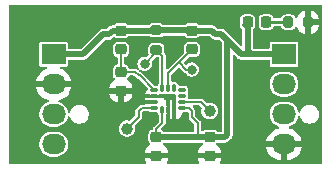
<source format=gbr>
%TF.GenerationSoftware,KiCad,Pcbnew,8.0.4-8.0.4-0~ubuntu20.04.1*%
%TF.CreationDate,2024-08-15T08:25:23-05:00*%
%TF.ProjectId,STImu,5354496d-752e-46b6-9963-61645f706362,rev?*%
%TF.SameCoordinates,Original*%
%TF.FileFunction,Copper,L1,Top*%
%TF.FilePolarity,Positive*%
%FSLAX46Y46*%
G04 Gerber Fmt 4.6, Leading zero omitted, Abs format (unit mm)*
G04 Created by KiCad (PCBNEW 8.0.4-8.0.4-0~ubuntu20.04.1) date 2024-08-15 08:25:23*
%MOMM*%
%LPD*%
G01*
G04 APERTURE LIST*
G04 Aperture macros list*
%AMRoundRect*
0 Rectangle with rounded corners*
0 $1 Rounding radius*
0 $2 $3 $4 $5 $6 $7 $8 $9 X,Y pos of 4 corners*
0 Add a 4 corners polygon primitive as box body*
4,1,4,$2,$3,$4,$5,$6,$7,$8,$9,$2,$3,0*
0 Add four circle primitives for the rounded corners*
1,1,$1+$1,$2,$3*
1,1,$1+$1,$4,$5*
1,1,$1+$1,$6,$7*
1,1,$1+$1,$8,$9*
0 Add four rect primitives between the rounded corners*
20,1,$1+$1,$2,$3,$4,$5,0*
20,1,$1+$1,$4,$5,$6,$7,0*
20,1,$1+$1,$6,$7,$8,$9,0*
20,1,$1+$1,$8,$9,$2,$3,0*%
G04 Aperture macros list end*
%TA.AperFunction,SMDPad,CuDef*%
%ADD10RoundRect,0.218750X-0.256250X0.218750X-0.256250X-0.218750X0.256250X-0.218750X0.256250X0.218750X0*%
%TD*%
%TA.AperFunction,ComponentPad*%
%ADD11R,2.030000X1.730000*%
%TD*%
%TA.AperFunction,ComponentPad*%
%ADD12O,2.030000X1.730000*%
%TD*%
%TA.AperFunction,SMDPad,CuDef*%
%ADD13C,1.000000*%
%TD*%
%TA.AperFunction,SMDPad,CuDef*%
%ADD14RoundRect,0.200000X-0.200000X-0.275000X0.200000X-0.275000X0.200000X0.275000X-0.200000X0.275000X0*%
%TD*%
%TA.AperFunction,SMDPad,CuDef*%
%ADD15RoundRect,0.218750X0.218750X0.256250X-0.218750X0.256250X-0.218750X-0.256250X0.218750X-0.256250X0*%
%TD*%
%TA.AperFunction,SMDPad,CuDef*%
%ADD16RoundRect,0.225000X-0.250000X0.225000X-0.250000X-0.225000X0.250000X-0.225000X0.250000X0.225000X0*%
%TD*%
%TA.AperFunction,SMDPad,CuDef*%
%ADD17RoundRect,0.200000X-0.275000X0.200000X-0.275000X-0.200000X0.275000X-0.200000X0.275000X0.200000X0*%
%TD*%
%TA.AperFunction,SMDPad,CuDef*%
%ADD18RoundRect,0.087500X-0.225000X-0.087500X0.225000X-0.087500X0.225000X0.087500X-0.225000X0.087500X0*%
%TD*%
%TA.AperFunction,SMDPad,CuDef*%
%ADD19RoundRect,0.087500X-0.087500X-0.225000X0.087500X-0.225000X0.087500X0.225000X-0.087500X0.225000X0*%
%TD*%
%TA.AperFunction,ViaPad*%
%ADD20C,0.800000*%
%TD*%
%TA.AperFunction,Conductor*%
%ADD21C,0.508000*%
%TD*%
%TA.AperFunction,Conductor*%
%ADD22C,0.152400*%
%TD*%
%TA.AperFunction,Conductor*%
%ADD23C,0.254000*%
%TD*%
G04 APERTURE END LIST*
D10*
%TO.P,R4,1*%
%TO.N,Net-(U1-SDO{slash}SA0)*%
X154000000Y-98212500D03*
%TO.P,R4,2*%
%TO.N,GND*%
X154000000Y-99787500D03*
%TD*%
D11*
%TO.P,J1,1,Pin_1*%
%TO.N,+3V3*%
X167800000Y-96700000D03*
D12*
%TO.P,J1,2,Pin_2*%
%TO.N,/SDA*%
X167800000Y-99240000D03*
%TO.P,J1,3,Pin_3*%
%TO.N,/SCL*%
X167800000Y-101780000D03*
%TO.P,J1,4,Pin_4*%
%TO.N,GND*%
X167800000Y-104320000D03*
%TD*%
D10*
%TO.P,R1,1*%
%TO.N,+3V3*%
X160000000Y-94712500D03*
%TO.P,R1,2*%
%TO.N,/SCL*%
X160000000Y-96287500D03*
%TD*%
D13*
%TO.P,TP1,1,1*%
%TO.N,Net-(U1-INT1)*%
X154500000Y-103000000D03*
%TD*%
%TO.P,TP2,1,1*%
%TO.N,Net-(U1-INT2)*%
X161500000Y-101500000D03*
%TD*%
D14*
%TO.P,R3,1*%
%TO.N,Net-(D1-K)*%
X168175000Y-94000000D03*
%TO.P,R3,2*%
%TO.N,GND*%
X169825000Y-94000000D03*
%TD*%
D15*
%TO.P,D1,1,K*%
%TO.N,Net-(D1-K)*%
X166287500Y-94000000D03*
%TO.P,D1,2,A*%
%TO.N,+3V3*%
X164712500Y-94000000D03*
%TD*%
D16*
%TO.P,C2,1*%
%TO.N,+3V3*%
X161500000Y-103725000D03*
%TO.P,C2,2*%
%TO.N,GND*%
X161500000Y-105275000D03*
%TD*%
D17*
%TO.P,R2,1*%
%TO.N,+3V3*%
X157000000Y-94675000D03*
%TO.P,R2,2*%
%TO.N,/SDA*%
X157000000Y-96325000D03*
%TD*%
D10*
%TO.P,R5,1*%
%TO.N,+3V3*%
X154000000Y-94712500D03*
%TO.P,R5,2*%
%TO.N,Net-(U1-SDO{slash}SA0)*%
X154000000Y-96287500D03*
%TD*%
D16*
%TO.P,C1,1*%
%TO.N,+3V3*%
X157000000Y-103725000D03*
%TO.P,C1,2*%
%TO.N,GND*%
X157000000Y-105275000D03*
%TD*%
D11*
%TO.P,J2,1,Pin_1*%
%TO.N,+3V3*%
X148300000Y-96700000D03*
D12*
%TO.P,J2,2,Pin_2*%
%TO.N,GND*%
X148300000Y-99240000D03*
%TO.P,J2,3,Pin_3*%
%TO.N,/SDA*%
X148300000Y-101780000D03*
%TO.P,J2,4,Pin_4*%
%TO.N,/SCL*%
X148300000Y-104320000D03*
%TD*%
D18*
%TO.P,U1,1,SDO/SA0*%
%TO.N,Net-(U1-SDO{slash}SA0)*%
X156837500Y-99750000D03*
%TO.P,U1,2,SDX*%
%TO.N,GND*%
X156837500Y-100250000D03*
%TO.P,U1,3,SCX*%
X156837500Y-100750000D03*
%TO.P,U1,4,INT1*%
%TO.N,Net-(U1-INT1)*%
X156837500Y-101250000D03*
D19*
%TO.P,U1,5,VDDIO*%
%TO.N,+3V3*%
X157500000Y-101412500D03*
%TO.P,U1,6,GND*%
%TO.N,GND*%
X158000000Y-101412500D03*
%TO.P,U1,7,GND*%
X158500000Y-101412500D03*
D18*
%TO.P,U1,8,VDD*%
%TO.N,+3V3*%
X159162500Y-101250000D03*
%TO.P,U1,9,INT2*%
%TO.N,Net-(U1-INT2)*%
X159162500Y-100750000D03*
%TO.P,U1,10,OCS_Aux*%
%TO.N,unconnected-(U1-OCS_Aux-Pad10)*%
X159162500Y-100250000D03*
%TO.P,U1,11,SDO_Aux*%
%TO.N,unconnected-(U1-SDO_Aux-Pad11)*%
X159162500Y-99750000D03*
D19*
%TO.P,U1,12,CS*%
%TO.N,unconnected-(U1-CS-Pad12)*%
X158500000Y-99587500D03*
%TO.P,U1,13,SCL*%
%TO.N,/SCL*%
X158000000Y-99587500D03*
%TO.P,U1,14,SDA*%
%TO.N,/SDA*%
X157500000Y-99587500D03*
%TD*%
D20*
%TO.N,GND*%
X156750000Y-98250000D03*
X152250000Y-98000000D03*
X164500000Y-101000000D03*
X165000000Y-104500000D03*
X170250000Y-96250000D03*
X148250000Y-94250000D03*
X161750000Y-99000000D03*
X159618784Y-102787638D03*
X162000000Y-96500000D03*
X152500000Y-103000000D03*
%TO.N,/SCL*%
X160000000Y-98000000D03*
%TO.N,/SDA*%
X156000000Y-97500000D03*
%TD*%
D21*
%TO.N,+3V3*%
X164200000Y-96700000D02*
X163000000Y-95500000D01*
X162775000Y-103725000D02*
X163000000Y-103500000D01*
D22*
X157500000Y-102500000D02*
X157000000Y-103000000D01*
D21*
X150800000Y-96700000D02*
X152500000Y-95000000D01*
X157000000Y-94675000D02*
X159962500Y-94675000D01*
X153287500Y-94712500D02*
X154000000Y-94712500D01*
X153000000Y-95000000D02*
X153287500Y-94712500D01*
X162000000Y-95000000D02*
X161712500Y-94712500D01*
D22*
X160500000Y-102500000D02*
X160500000Y-103725000D01*
D21*
X159962500Y-94675000D02*
X160000000Y-94712500D01*
X152500000Y-95000000D02*
X153000000Y-95000000D01*
X162500000Y-95000000D02*
X162000000Y-95000000D01*
X165000000Y-96700000D02*
X164200000Y-96700000D01*
X164712500Y-94000000D02*
X164712500Y-96412500D01*
X161712500Y-94712500D02*
X160000000Y-94712500D01*
D22*
X160000000Y-101500000D02*
X160000000Y-102000000D01*
D21*
X164712500Y-96412500D02*
X165000000Y-96700000D01*
X154000000Y-94712500D02*
X156962500Y-94712500D01*
X164500000Y-94212500D02*
X164712500Y-94000000D01*
X162775000Y-103725000D02*
X161500000Y-103725000D01*
D22*
X157500000Y-101412500D02*
X157500000Y-102500000D01*
D21*
X167800000Y-96700000D02*
X165000000Y-96700000D01*
X163000000Y-95500000D02*
X162500000Y-95000000D01*
X161500000Y-103725000D02*
X160500000Y-103725000D01*
D22*
X160000000Y-102000000D02*
X160500000Y-102500000D01*
X159750000Y-101250000D02*
X160000000Y-101500000D01*
D21*
X163000000Y-103500000D02*
X163000000Y-95500000D01*
D22*
X159162500Y-101250000D02*
X159750000Y-101250000D01*
D21*
X160500000Y-103725000D02*
X157000000Y-103725000D01*
D22*
X157000000Y-103000000D02*
X157000000Y-103725000D01*
D21*
X156962500Y-94712500D02*
X157000000Y-94675000D01*
X148300000Y-96700000D02*
X150800000Y-96700000D01*
D22*
%TO.N,/SCL*%
X158000000Y-98287500D02*
X158893750Y-97393750D01*
X158893750Y-97393750D02*
X159500000Y-98000000D01*
X158893750Y-97393750D02*
X160000000Y-96287500D01*
X158000000Y-99587500D02*
X158000000Y-98287500D01*
X159500000Y-98000000D02*
X160000000Y-98000000D01*
%TO.N,/SDA*%
X157500000Y-99587500D02*
X157500000Y-96825000D01*
X157000000Y-96500000D02*
X156000000Y-97500000D01*
X157500000Y-96825000D02*
X157000000Y-96325000D01*
X157000000Y-96325000D02*
X157000000Y-96500000D01*
%TO.N,Net-(U1-INT1)*%
X155500000Y-101500000D02*
X155500000Y-102000000D01*
X156837500Y-101250000D02*
X155750000Y-101250000D01*
X155500000Y-102000000D02*
X154500000Y-103000000D01*
X155750000Y-101250000D02*
X155500000Y-101500000D01*
%TO.N,Net-(U1-INT2)*%
X159162500Y-100750000D02*
X160750000Y-100750000D01*
X160750000Y-100750000D02*
X161500000Y-101500000D01*
D23*
%TO.N,Net-(D1-K)*%
X166287500Y-94000000D02*
X168175000Y-94000000D01*
D22*
%TO.N,Net-(U1-SDO{slash}SA0)*%
X154000000Y-96287500D02*
X154000000Y-98212500D01*
X155212500Y-98212500D02*
X154000000Y-98212500D01*
X156837500Y-99750000D02*
X155587500Y-98500000D01*
X155587500Y-98500000D02*
X155500000Y-98500000D01*
X155500000Y-98500000D02*
X155212500Y-98212500D01*
%TD*%
%TA.AperFunction,Conductor*%
%TO.N,GND*%
G36*
X157182491Y-96944406D02*
G01*
X157218455Y-96993906D01*
X157223300Y-97024499D01*
X157223300Y-99103398D01*
X157204393Y-99161589D01*
X157194305Y-99173400D01*
X157170786Y-99196919D01*
X157127292Y-99295421D01*
X157125641Y-99301493D01*
X157092118Y-99352678D01*
X157034912Y-99374384D01*
X157030114Y-99374500D01*
X156894321Y-99374500D01*
X156836130Y-99355593D01*
X156824317Y-99345504D01*
X155757397Y-98278584D01*
X155694305Y-98242157D01*
X155694304Y-98242156D01*
X155694303Y-98242156D01*
X155636827Y-98226756D01*
X155592447Y-98201134D01*
X155556172Y-98164859D01*
X155528395Y-98110342D01*
X155537966Y-98049910D01*
X155581231Y-98006645D01*
X155641663Y-97997074D01*
X155686440Y-98016311D01*
X155697159Y-98024536D01*
X155697162Y-98024537D01*
X155697163Y-98024538D01*
X155843233Y-98085042D01*
X155843238Y-98085044D01*
X155960809Y-98100522D01*
X155999999Y-98105682D01*
X156000000Y-98105682D01*
X156000001Y-98105682D01*
X156031352Y-98101554D01*
X156156762Y-98085044D01*
X156302841Y-98024536D01*
X156428282Y-97928282D01*
X156524536Y-97802841D01*
X156585044Y-97656762D01*
X156605682Y-97500000D01*
X156587115Y-97358971D01*
X156598265Y-97298813D01*
X156615265Y-97276047D01*
X156936818Y-96954495D01*
X156991334Y-96926718D01*
X157006821Y-96925499D01*
X157124300Y-96925499D01*
X157182491Y-96944406D01*
G37*
%TD.AperFunction*%
%TA.AperFunction,Conductor*%
G36*
X170958691Y-92519407D02*
G01*
X170994655Y-92568907D01*
X170999500Y-92599500D01*
X170999500Y-105900500D01*
X170980593Y-105958691D01*
X170931093Y-105994655D01*
X170900500Y-105999500D01*
X162471108Y-105999500D01*
X162412917Y-105980593D01*
X162376953Y-105931093D01*
X162376953Y-105869907D01*
X162386848Y-105848526D01*
X162411546Y-105808485D01*
X162464856Y-105647603D01*
X162475000Y-105548323D01*
X162475000Y-105525001D01*
X162474999Y-105525000D01*
X160525002Y-105525000D01*
X160525001Y-105525001D01*
X160525001Y-105548322D01*
X160535142Y-105647597D01*
X160535145Y-105647609D01*
X160588453Y-105808485D01*
X160613152Y-105848526D01*
X160627609Y-105907979D01*
X160604360Y-105964575D01*
X160552284Y-105996697D01*
X160528892Y-105999500D01*
X157971108Y-105999500D01*
X157912917Y-105980593D01*
X157876953Y-105931093D01*
X157876953Y-105869907D01*
X157886848Y-105848526D01*
X157911546Y-105808485D01*
X157964856Y-105647603D01*
X157975000Y-105548323D01*
X157975000Y-105525001D01*
X157974999Y-105525000D01*
X156025002Y-105525000D01*
X156025001Y-105525001D01*
X156025001Y-105548322D01*
X156035142Y-105647597D01*
X156035145Y-105647609D01*
X156088453Y-105808485D01*
X156113152Y-105848526D01*
X156127609Y-105907979D01*
X156104360Y-105964575D01*
X156052284Y-105996697D01*
X156028892Y-105999500D01*
X144599500Y-105999500D01*
X144541309Y-105980593D01*
X144505345Y-105931093D01*
X144500500Y-105900500D01*
X144500500Y-104215054D01*
X147084500Y-104215054D01*
X147084500Y-104424945D01*
X147125446Y-104630792D01*
X147125448Y-104630798D01*
X147205766Y-104824702D01*
X147205767Y-104824703D01*
X147322372Y-104999216D01*
X147470784Y-105147628D01*
X147645297Y-105264233D01*
X147839205Y-105344553D01*
X148045057Y-105385500D01*
X148045058Y-105385500D01*
X148554942Y-105385500D01*
X148554943Y-105385500D01*
X148760795Y-105344553D01*
X148954703Y-105264233D01*
X149129216Y-105147628D01*
X149277628Y-104999216D01*
X149394233Y-104824703D01*
X149474553Y-104630795D01*
X149515500Y-104424943D01*
X149515500Y-104215057D01*
X149474553Y-104009205D01*
X149394233Y-103815297D01*
X149277628Y-103640784D01*
X149129216Y-103492372D01*
X149092636Y-103467930D01*
X148954702Y-103375766D01*
X148760798Y-103295448D01*
X148760792Y-103295446D01*
X148554945Y-103254500D01*
X148554943Y-103254500D01*
X148045057Y-103254500D01*
X148045054Y-103254500D01*
X147839207Y-103295446D01*
X147839201Y-103295448D01*
X147645297Y-103375766D01*
X147470787Y-103492369D01*
X147322369Y-103640787D01*
X147205766Y-103815297D01*
X147125448Y-104009201D01*
X147125446Y-104009207D01*
X147084500Y-104215054D01*
X144500500Y-104215054D01*
X144500500Y-98989999D01*
X146807580Y-98989999D01*
X146807581Y-98990000D01*
X147855440Y-98990000D01*
X147824755Y-99043147D01*
X147790000Y-99172857D01*
X147790000Y-99307143D01*
X147824755Y-99436853D01*
X147855440Y-99490000D01*
X146807580Y-99490000D01*
X146818609Y-99559633D01*
X146885005Y-99763978D01*
X146982545Y-99955413D01*
X147108835Y-100129236D01*
X147260763Y-100281164D01*
X147434586Y-100407454D01*
X147626023Y-100504995D01*
X147829118Y-100570984D01*
X147878618Y-100606948D01*
X147897526Y-100665139D01*
X147878619Y-100723329D01*
X147836412Y-100756603D01*
X147645297Y-100835766D01*
X147470787Y-100952369D01*
X147322369Y-101100787D01*
X147205766Y-101275297D01*
X147125448Y-101469201D01*
X147125446Y-101469207D01*
X147084500Y-101675054D01*
X147084500Y-101884945D01*
X147125446Y-102090792D01*
X147125448Y-102090798D01*
X147205766Y-102284702D01*
X147295678Y-102419266D01*
X147322372Y-102459216D01*
X147470784Y-102607628D01*
X147645297Y-102724233D01*
X147839205Y-102804553D01*
X148045057Y-102845500D01*
X148045058Y-102845500D01*
X148554942Y-102845500D01*
X148554943Y-102845500D01*
X148760795Y-102804553D01*
X148954703Y-102724233D01*
X149129216Y-102607628D01*
X149277628Y-102459216D01*
X149394233Y-102284703D01*
X149474553Y-102090795D01*
X149492998Y-101998065D01*
X149522893Y-101944683D01*
X149578458Y-101919067D01*
X149638468Y-101931004D01*
X149680001Y-101975933D01*
X149687192Y-101998063D01*
X149690261Y-102013492D01*
X149690263Y-102013498D01*
X149750603Y-102159174D01*
X149750609Y-102159185D01*
X149784815Y-102210377D01*
X149838211Y-102290289D01*
X149949711Y-102401789D01*
X150027876Y-102454017D01*
X150080814Y-102489390D01*
X150080825Y-102489396D01*
X150134638Y-102511685D01*
X150226503Y-102549737D01*
X150381158Y-102580500D01*
X150381159Y-102580500D01*
X150538841Y-102580500D01*
X150538842Y-102580500D01*
X150693497Y-102549737D01*
X150839179Y-102489394D01*
X150970289Y-102401789D01*
X151081789Y-102290289D01*
X151169394Y-102159179D01*
X151229737Y-102013497D01*
X151260500Y-101858842D01*
X151260500Y-101701158D01*
X151229737Y-101546503D01*
X151169394Y-101400821D01*
X151169393Y-101400819D01*
X151169390Y-101400814D01*
X151122827Y-101331129D01*
X151081789Y-101269711D01*
X150970289Y-101158211D01*
X150913728Y-101120418D01*
X150839185Y-101070609D01*
X150839174Y-101070603D01*
X150693497Y-101010263D01*
X150538844Y-100979500D01*
X150538842Y-100979500D01*
X150381158Y-100979500D01*
X150381155Y-100979500D01*
X150226503Y-101010263D01*
X150226501Y-101010263D01*
X150080825Y-101070603D01*
X150080814Y-101070609D01*
X149949711Y-101158211D01*
X149949707Y-101158214D01*
X149838214Y-101269707D01*
X149838211Y-101269711D01*
X149750609Y-101400814D01*
X149750603Y-101400825D01*
X149690263Y-101546501D01*
X149690262Y-101546505D01*
X149687192Y-101561937D01*
X149657292Y-101615320D01*
X149601726Y-101640932D01*
X149541717Y-101628992D01*
X149500187Y-101584060D01*
X149492999Y-101561937D01*
X149474553Y-101469205D01*
X149394233Y-101275297D01*
X149277628Y-101100784D01*
X149129216Y-100952372D01*
X149110064Y-100939575D01*
X148954702Y-100835766D01*
X148763587Y-100756603D01*
X148717061Y-100716866D01*
X148702778Y-100657371D01*
X148726193Y-100600843D01*
X148770881Y-100570984D01*
X148973977Y-100504995D01*
X149165413Y-100407454D01*
X149339236Y-100281164D01*
X149491164Y-100129236D01*
X149557813Y-100037501D01*
X153025001Y-100037501D01*
X153025001Y-100054150D01*
X153035055Y-100152574D01*
X153035058Y-100152586D01*
X153087907Y-100312075D01*
X153176112Y-100455077D01*
X153294922Y-100573887D01*
X153437924Y-100662092D01*
X153597419Y-100714943D01*
X153695849Y-100724999D01*
X153749999Y-100724998D01*
X153750000Y-100724998D01*
X153750000Y-100037501D01*
X154250000Y-100037501D01*
X154250000Y-100724998D01*
X154250001Y-100724999D01*
X154304150Y-100724999D01*
X154402574Y-100714944D01*
X154402586Y-100714941D01*
X154562075Y-100662092D01*
X154705077Y-100573887D01*
X154823887Y-100455077D01*
X154912092Y-100312075D01*
X154964943Y-100152580D01*
X154975000Y-100054151D01*
X154975000Y-100037501D01*
X154974999Y-100037500D01*
X154250001Y-100037500D01*
X154250000Y-100037501D01*
X153750000Y-100037501D01*
X153749999Y-100037500D01*
X153025002Y-100037500D01*
X153025001Y-100037501D01*
X149557813Y-100037501D01*
X149617454Y-99955413D01*
X149714994Y-99763978D01*
X149781390Y-99559633D01*
X149792419Y-99490000D01*
X148744560Y-99490000D01*
X148775245Y-99436853D01*
X148810000Y-99307143D01*
X148810000Y-99172857D01*
X148775245Y-99043147D01*
X148744560Y-98990000D01*
X149792419Y-98990000D01*
X149792419Y-98989999D01*
X149781390Y-98920366D01*
X149714994Y-98716021D01*
X149617454Y-98524586D01*
X149491164Y-98350763D01*
X149339236Y-98198835D01*
X149165413Y-98072545D01*
X148973976Y-97975004D01*
X148923658Y-97958655D01*
X148874157Y-97922691D01*
X148855250Y-97864500D01*
X148874157Y-97806309D01*
X148923657Y-97770345D01*
X148954250Y-97765500D01*
X149334747Y-97765500D01*
X149334748Y-97765500D01*
X149393231Y-97753867D01*
X149459552Y-97709552D01*
X149503867Y-97643231D01*
X149515500Y-97584748D01*
X149515500Y-97253500D01*
X149534407Y-97195309D01*
X149583907Y-97159345D01*
X149614500Y-97154500D01*
X150734085Y-97154500D01*
X150734101Y-97154501D01*
X150740164Y-97154501D01*
X150859836Y-97154501D01*
X150951002Y-97130072D01*
X150975431Y-97123527D01*
X151079070Y-97063691D01*
X151163691Y-96979070D01*
X151163692Y-96979067D01*
X152659264Y-95483496D01*
X152713781Y-95455719D01*
X152729268Y-95454500D01*
X152934085Y-95454500D01*
X152934101Y-95454501D01*
X152940164Y-95454501D01*
X153059836Y-95454501D01*
X153151002Y-95430072D01*
X153175431Y-95423527D01*
X153279070Y-95363691D01*
X153361399Y-95281361D01*
X153415913Y-95253585D01*
X153476346Y-95263156D01*
X153489593Y-95271275D01*
X153494247Y-95274657D01*
X153495901Y-95275500D01*
X153612580Y-95334951D01*
X153679130Y-95345491D01*
X153710751Y-95350500D01*
X153710754Y-95350500D01*
X154289249Y-95350500D01*
X154317803Y-95345976D01*
X154387420Y-95334951D01*
X154505751Y-95274658D01*
X154584414Y-95195994D01*
X154638929Y-95168219D01*
X154654416Y-95167000D01*
X156409601Y-95167000D01*
X156467792Y-95185907D01*
X156479598Y-95195990D01*
X156486658Y-95203050D01*
X156599696Y-95260646D01*
X156693481Y-95275500D01*
X157306518Y-95275499D01*
X157306520Y-95275499D01*
X157306521Y-95275498D01*
X157353411Y-95268072D01*
X157400299Y-95260647D01*
X157400299Y-95260646D01*
X157400304Y-95260646D01*
X157513342Y-95203050D01*
X157541945Y-95174447D01*
X157557897Y-95158496D01*
X157612414Y-95130719D01*
X157627900Y-95129500D01*
X159313561Y-95129500D01*
X159371752Y-95148407D01*
X159394669Y-95175240D01*
X159395762Y-95174447D01*
X159400340Y-95180748D01*
X159400342Y-95180751D01*
X159494249Y-95274658D01*
X159612580Y-95334951D01*
X159679130Y-95345491D01*
X159710751Y-95350500D01*
X159710754Y-95350500D01*
X160289249Y-95350500D01*
X160317803Y-95345976D01*
X160387420Y-95334951D01*
X160505751Y-95274658D01*
X160584414Y-95195994D01*
X160638929Y-95168219D01*
X160654416Y-95167000D01*
X161483232Y-95167000D01*
X161541423Y-95185907D01*
X161553236Y-95195996D01*
X161636307Y-95279067D01*
X161636309Y-95279070D01*
X161720930Y-95363691D01*
X161720932Y-95363692D01*
X161824566Y-95423525D01*
X161824569Y-95423527D01*
X161940164Y-95454500D01*
X162270732Y-95454500D01*
X162328923Y-95473407D01*
X162340736Y-95483496D01*
X162516504Y-95659264D01*
X162544281Y-95713781D01*
X162545500Y-95729268D01*
X162545500Y-103171500D01*
X162526593Y-103229691D01*
X162477093Y-103265655D01*
X162446500Y-103270500D01*
X162163255Y-103270500D01*
X162105064Y-103251593D01*
X162093257Y-103241509D01*
X162003220Y-103151472D01*
X162003217Y-103151470D01*
X161883132Y-103090283D01*
X161883127Y-103090281D01*
X161883126Y-103090281D01*
X161849913Y-103085020D01*
X161783490Y-103074500D01*
X161783488Y-103074500D01*
X161216512Y-103074500D01*
X161216510Y-103074500D01*
X161116874Y-103090281D01*
X161116867Y-103090283D01*
X160996782Y-103151470D01*
X160996780Y-103151471D01*
X160996780Y-103151472D01*
X160945701Y-103202550D01*
X160891187Y-103230326D01*
X160830755Y-103220755D01*
X160787490Y-103177490D01*
X160776700Y-103132545D01*
X160776700Y-102463573D01*
X160776700Y-102463572D01*
X160757844Y-102393198D01*
X160757844Y-102393197D01*
X160721415Y-102330102D01*
X160305696Y-101914383D01*
X160277919Y-101859866D01*
X160276700Y-101844379D01*
X160276700Y-101463573D01*
X160269553Y-101436899D01*
X160257844Y-101393198D01*
X160222008Y-101331129D01*
X160221416Y-101330103D01*
X160221414Y-101330100D01*
X160169898Y-101278584D01*
X160169898Y-101278585D01*
X160087017Y-101195704D01*
X160059240Y-101141187D01*
X160068811Y-101080755D01*
X160112076Y-101037490D01*
X160157021Y-101026700D01*
X160594379Y-101026700D01*
X160652570Y-101045607D01*
X160664383Y-101055696D01*
X160803958Y-101195271D01*
X160831735Y-101249788D01*
X160826521Y-101300380D01*
X160814860Y-101331128D01*
X160794355Y-101499998D01*
X160794355Y-101500001D01*
X160801118Y-101555695D01*
X160814860Y-101668872D01*
X160875182Y-101827930D01*
X160971817Y-101967929D01*
X161099148Y-102080734D01*
X161249775Y-102159790D01*
X161414944Y-102200500D01*
X161414947Y-102200500D01*
X161585053Y-102200500D01*
X161585056Y-102200500D01*
X161750225Y-102159790D01*
X161900852Y-102080734D01*
X162028183Y-101967929D01*
X162124818Y-101827930D01*
X162185140Y-101668872D01*
X162205645Y-101500000D01*
X162185140Y-101331128D01*
X162124818Y-101172070D01*
X162028183Y-101032071D01*
X162022120Y-101026700D01*
X161907324Y-100925000D01*
X161900852Y-100919266D01*
X161750225Y-100840210D01*
X161750224Y-100840209D01*
X161750223Y-100840209D01*
X161585058Y-100799500D01*
X161585056Y-100799500D01*
X161414944Y-100799500D01*
X161414938Y-100799500D01*
X161289345Y-100830456D01*
X161228321Y-100826024D01*
X161195650Y-100804337D01*
X160919897Y-100528584D01*
X160856805Y-100492157D01*
X160856804Y-100492156D01*
X160856803Y-100492156D01*
X160786428Y-100473300D01*
X160786426Y-100473300D01*
X159774500Y-100473300D01*
X159716309Y-100454393D01*
X159680345Y-100404893D01*
X159675500Y-100374300D01*
X159675499Y-100119499D01*
X159675499Y-100119496D01*
X159672707Y-100095420D01*
X159667415Y-100083436D01*
X159659304Y-100065066D01*
X159648230Y-100039988D01*
X159642022Y-99979119D01*
X159648227Y-99960018D01*
X159672707Y-99904580D01*
X159675500Y-99880505D01*
X159675499Y-99619496D01*
X159672707Y-99595420D01*
X159629215Y-99496921D01*
X159553079Y-99420785D01*
X159454580Y-99377293D01*
X159454577Y-99377292D01*
X159454576Y-99377292D01*
X159430511Y-99374500D01*
X158969886Y-99374500D01*
X158911695Y-99355593D01*
X158875731Y-99306093D01*
X158874358Y-99301488D01*
X158872707Y-99295419D01*
X158829215Y-99196922D01*
X158829215Y-99196921D01*
X158753079Y-99120785D01*
X158654580Y-99077293D01*
X158654577Y-99077292D01*
X158654576Y-99077292D01*
X158630511Y-99074500D01*
X158375700Y-99074500D01*
X158317509Y-99055593D01*
X158281545Y-99006093D01*
X158276700Y-98975500D01*
X158276700Y-98443121D01*
X158295607Y-98384930D01*
X158305696Y-98373117D01*
X158823746Y-97855067D01*
X158878263Y-97827290D01*
X158938695Y-97836861D01*
X158963754Y-97855067D01*
X159330102Y-98221415D01*
X159393197Y-98257844D01*
X159420830Y-98265248D01*
X159472144Y-98298570D01*
X159473750Y-98300607D01*
X159559507Y-98412369D01*
X159571718Y-98428282D01*
X159697159Y-98524536D01*
X159697160Y-98524536D01*
X159697161Y-98524537D01*
X159788619Y-98562420D01*
X159843238Y-98585044D01*
X159960809Y-98600522D01*
X159999999Y-98605682D01*
X160000000Y-98605682D01*
X160000001Y-98605682D01*
X160031352Y-98601554D01*
X160156762Y-98585044D01*
X160302841Y-98524536D01*
X160428282Y-98428282D01*
X160524536Y-98302841D01*
X160585044Y-98156762D01*
X160605682Y-98000000D01*
X160585044Y-97843238D01*
X160578438Y-97827290D01*
X160524537Y-97697161D01*
X160524537Y-97697160D01*
X160428286Y-97571723D01*
X160428285Y-97571722D01*
X160428282Y-97571718D01*
X160428277Y-97571714D01*
X160428276Y-97571713D01*
X160334816Y-97499999D01*
X160302841Y-97475464D01*
X160302840Y-97475463D01*
X160302838Y-97475462D01*
X160156766Y-97414957D01*
X160156758Y-97414955D01*
X160000001Y-97394318D01*
X159999999Y-97394318D01*
X159843241Y-97414955D01*
X159843233Y-97414957D01*
X159697163Y-97475461D01*
X159579099Y-97566054D01*
X159521423Y-97586477D01*
X159462757Y-97569099D01*
X159448828Y-97557515D01*
X159355067Y-97463754D01*
X159327290Y-97409237D01*
X159336861Y-97348805D01*
X159355067Y-97323746D01*
X159724317Y-96954496D01*
X159778834Y-96926719D01*
X159794321Y-96925500D01*
X160289249Y-96925500D01*
X160317803Y-96920976D01*
X160387420Y-96909951D01*
X160505751Y-96849658D01*
X160599658Y-96755751D01*
X160659951Y-96637420D01*
X160672764Y-96556518D01*
X160675500Y-96539248D01*
X160675500Y-96035751D01*
X160665147Y-95970387D01*
X160659951Y-95937580D01*
X160599658Y-95819249D01*
X160505751Y-95725342D01*
X160501631Y-95723243D01*
X160387423Y-95665050D01*
X160387420Y-95665049D01*
X160362876Y-95661161D01*
X160289249Y-95649500D01*
X160289246Y-95649500D01*
X159710754Y-95649500D01*
X159710751Y-95649500D01*
X159612580Y-95665049D01*
X159612576Y-95665050D01*
X159494250Y-95725341D01*
X159400341Y-95819250D01*
X159340050Y-95937576D01*
X159340049Y-95937580D01*
X159324500Y-96035751D01*
X159324500Y-96530678D01*
X159305593Y-96588869D01*
X159295504Y-96600682D01*
X158723852Y-97172335D01*
X157945704Y-97950483D01*
X157891187Y-97978260D01*
X157830755Y-97968689D01*
X157787490Y-97925424D01*
X157776700Y-97880479D01*
X157776700Y-96788574D01*
X157776699Y-96788570D01*
X157769940Y-96763342D01*
X157757844Y-96718197D01*
X157721415Y-96655102D01*
X157703928Y-96637615D01*
X157676151Y-96583098D01*
X157675238Y-96559827D01*
X157675495Y-96556545D01*
X157675500Y-96556519D01*
X157675499Y-96093482D01*
X157660646Y-95999696D01*
X157603050Y-95886658D01*
X157513342Y-95796950D01*
X157400304Y-95739354D01*
X157400305Y-95739354D01*
X157306522Y-95724500D01*
X156693479Y-95724500D01*
X156693476Y-95724501D01*
X156599700Y-95739352D01*
X156599695Y-95739354D01*
X156486659Y-95796949D01*
X156396949Y-95886659D01*
X156339354Y-95999695D01*
X156324500Y-96093477D01*
X156324500Y-96556520D01*
X156324501Y-96556523D01*
X156339352Y-96650299D01*
X156339353Y-96650304D01*
X156346875Y-96665065D01*
X156356447Y-96725497D01*
X156328670Y-96780014D01*
X156328670Y-96780015D01*
X156223950Y-96884735D01*
X156169433Y-96912512D01*
X156141024Y-96912884D01*
X156000001Y-96894318D01*
X155999999Y-96894318D01*
X155843241Y-96914955D01*
X155843233Y-96914957D01*
X155697161Y-96975462D01*
X155697160Y-96975462D01*
X155571723Y-97071713D01*
X155571713Y-97071723D01*
X155475462Y-97197160D01*
X155475462Y-97197161D01*
X155414957Y-97343233D01*
X155414955Y-97343241D01*
X155394318Y-97499999D01*
X155394318Y-97500000D01*
X155414955Y-97656758D01*
X155414957Y-97656766D01*
X155475462Y-97802838D01*
X155475462Y-97802839D01*
X155505836Y-97842423D01*
X155526260Y-97900099D01*
X155508882Y-97958765D01*
X155460340Y-97996012D01*
X155399176Y-97997613D01*
X155377793Y-97988426D01*
X155319305Y-97954657D01*
X155319304Y-97954656D01*
X155319303Y-97954656D01*
X155248928Y-97935800D01*
X155248926Y-97935800D01*
X154755669Y-97935800D01*
X154697478Y-97916893D01*
X154661514Y-97867393D01*
X154661513Y-97867389D01*
X154659951Y-97862584D01*
X154659951Y-97862580D01*
X154599658Y-97744249D01*
X154505751Y-97650342D01*
X154472140Y-97633216D01*
X154387423Y-97590050D01*
X154387420Y-97590049D01*
X154360210Y-97585739D01*
X154305694Y-97557959D01*
X154277918Y-97503442D01*
X154276700Y-97487958D01*
X154276700Y-97012041D01*
X154295607Y-96953850D01*
X154345107Y-96917886D01*
X154360211Y-96914260D01*
X154387420Y-96909951D01*
X154505751Y-96849658D01*
X154599658Y-96755751D01*
X154659951Y-96637420D01*
X154672764Y-96556518D01*
X154675500Y-96539248D01*
X154675500Y-96035751D01*
X154665147Y-95970387D01*
X154659951Y-95937580D01*
X154599658Y-95819249D01*
X154505751Y-95725342D01*
X154501631Y-95723243D01*
X154387423Y-95665050D01*
X154387420Y-95665049D01*
X154362876Y-95661161D01*
X154289249Y-95649500D01*
X154289246Y-95649500D01*
X153710754Y-95649500D01*
X153710751Y-95649500D01*
X153612580Y-95665049D01*
X153612576Y-95665050D01*
X153494250Y-95725341D01*
X153400341Y-95819250D01*
X153340050Y-95937576D01*
X153340049Y-95937580D01*
X153324500Y-96035751D01*
X153324500Y-96539248D01*
X153340049Y-96637419D01*
X153340050Y-96637423D01*
X153393393Y-96742113D01*
X153400342Y-96755751D01*
X153494249Y-96849658D01*
X153612580Y-96909951D01*
X153639787Y-96914260D01*
X153694304Y-96942038D01*
X153722081Y-96996554D01*
X153723300Y-97012041D01*
X153723300Y-97487958D01*
X153704393Y-97546149D01*
X153654893Y-97582113D01*
X153639790Y-97585739D01*
X153612579Y-97590049D01*
X153612576Y-97590050D01*
X153494250Y-97650341D01*
X153400341Y-97744250D01*
X153340050Y-97862576D01*
X153340049Y-97862580D01*
X153325466Y-97954657D01*
X153324500Y-97960754D01*
X153324500Y-98464246D01*
X153339790Y-98560787D01*
X153340049Y-98562419D01*
X153340050Y-98562423D01*
X153362092Y-98605682D01*
X153400342Y-98680751D01*
X153470647Y-98751056D01*
X153498423Y-98805571D01*
X153488852Y-98866003D01*
X153445587Y-98909268D01*
X153442478Y-98910784D01*
X153437927Y-98912905D01*
X153294922Y-99001112D01*
X153176112Y-99119922D01*
X153087907Y-99262924D01*
X153035056Y-99422419D01*
X153025000Y-99520848D01*
X153025000Y-99537499D01*
X153025001Y-99537500D01*
X154974998Y-99537500D01*
X154974999Y-99537499D01*
X154974999Y-99520849D01*
X154964944Y-99422425D01*
X154964941Y-99422413D01*
X154912092Y-99262924D01*
X154823887Y-99119922D01*
X154705077Y-99001112D01*
X154562078Y-98912909D01*
X154557524Y-98910786D01*
X154512773Y-98869061D01*
X154501094Y-98809000D01*
X154526948Y-98753546D01*
X154529326Y-98751082D01*
X154599658Y-98680751D01*
X154659951Y-98562420D01*
X154659951Y-98562413D01*
X154661513Y-98557611D01*
X154697475Y-98508109D01*
X154755665Y-98489200D01*
X155056879Y-98489200D01*
X155115070Y-98508107D01*
X155126883Y-98518196D01*
X155278585Y-98669898D01*
X155278584Y-98669898D01*
X155330100Y-98721414D01*
X155330103Y-98721416D01*
X155393194Y-98757842D01*
X155393195Y-98757842D01*
X155393198Y-98757844D01*
X155450673Y-98773244D01*
X155495053Y-98798866D01*
X156252965Y-99556778D01*
X156280742Y-99611295D01*
X156271171Y-99671727D01*
X156243229Y-99705324D01*
X156193492Y-99743488D01*
X156193488Y-99743492D01*
X156099317Y-99866217D01*
X156040121Y-100009131D01*
X156040120Y-100009131D01*
X156031449Y-100075000D01*
X156416492Y-100075000D01*
X156456480Y-100083436D01*
X156480240Y-100093927D01*
X156545420Y-100122707D01*
X156569495Y-100125500D01*
X157105504Y-100125499D01*
X157129580Y-100122707D01*
X157191385Y-100095417D01*
X157218520Y-100083436D01*
X157258509Y-100075000D01*
X157273111Y-100075000D01*
X157313095Y-100083434D01*
X157345420Y-100097707D01*
X157369495Y-100100500D01*
X157630504Y-100100499D01*
X157654580Y-100097707D01*
X157710012Y-100073230D01*
X157770879Y-100067022D01*
X157789986Y-100073230D01*
X157845420Y-100097707D01*
X157869495Y-100100500D01*
X158130504Y-100100499D01*
X158154580Y-100097707D01*
X158210012Y-100073230D01*
X158270879Y-100067022D01*
X158289986Y-100073230D01*
X158345420Y-100097707D01*
X158369495Y-100100500D01*
X158550499Y-100100499D01*
X158608690Y-100119406D01*
X158644654Y-100168906D01*
X158649500Y-100199498D01*
X158649500Y-100380500D01*
X158649501Y-100380503D01*
X158652293Y-100404581D01*
X158676768Y-100460013D01*
X158682976Y-100520883D01*
X158676768Y-100539986D01*
X158652294Y-100595416D01*
X158652292Y-100595423D01*
X158649500Y-100619488D01*
X158649500Y-100619494D01*
X158649500Y-100619495D01*
X158649501Y-100880504D01*
X158652293Y-100904580D01*
X158666565Y-100936903D01*
X158675000Y-100976888D01*
X158675000Y-101023109D01*
X158666565Y-101063096D01*
X158652293Y-101095420D01*
X158652292Y-101095420D01*
X158649500Y-101119491D01*
X158649500Y-101380500D01*
X158649501Y-101380505D01*
X158652292Y-101404580D01*
X158661090Y-101424503D01*
X158666564Y-101436901D01*
X158675000Y-101476889D01*
X158675000Y-102218549D01*
X158740863Y-102209879D01*
X158740872Y-102209877D01*
X158883782Y-102150682D01*
X159006507Y-102056511D01*
X159006511Y-102056507D01*
X159100682Y-101933782D01*
X159159877Y-101790872D01*
X159159879Y-101790864D01*
X159170318Y-101711577D01*
X159196659Y-101656352D01*
X159250430Y-101627157D01*
X159268467Y-101625499D01*
X159430504Y-101625499D01*
X159454580Y-101622707D01*
X159553079Y-101579215D01*
X159553081Y-101579212D01*
X159560648Y-101574030D01*
X159561967Y-101575956D01*
X159605003Y-101554030D01*
X159665435Y-101563601D01*
X159690494Y-101581807D01*
X159694304Y-101585617D01*
X159722081Y-101640134D01*
X159723300Y-101655621D01*
X159723300Y-101963572D01*
X159723300Y-102036428D01*
X159737867Y-102090795D01*
X159742157Y-102106805D01*
X159778584Y-102169897D01*
X160194304Y-102585617D01*
X160222081Y-102640134D01*
X160223300Y-102655621D01*
X160223300Y-103171500D01*
X160204393Y-103229691D01*
X160154893Y-103265655D01*
X160124300Y-103270500D01*
X157663255Y-103270500D01*
X157605064Y-103251593D01*
X157593257Y-103241509D01*
X157503220Y-103151472D01*
X157466074Y-103132545D01*
X157450150Y-103124431D01*
X157406886Y-103081166D01*
X157397315Y-103020734D01*
X157425091Y-102966220D01*
X157721415Y-102669898D01*
X157757844Y-102606803D01*
X157776700Y-102536428D01*
X157776700Y-102463572D01*
X157776700Y-102305763D01*
X157795607Y-102247572D01*
X157810426Y-102231330D01*
X157825000Y-102218549D01*
X157825000Y-101833508D01*
X157833436Y-101793520D01*
X157840528Y-101777455D01*
X157872707Y-101704580D01*
X157875500Y-101680505D01*
X157875499Y-101144496D01*
X157872707Y-101120420D01*
X157850712Y-101070606D01*
X157833436Y-101031480D01*
X157825000Y-100991491D01*
X157825000Y-100606450D01*
X157824999Y-100606449D01*
X158175000Y-100606449D01*
X158175000Y-102218548D01*
X158237077Y-102210377D01*
X158262920Y-102210377D01*
X158324999Y-102218549D01*
X158325000Y-102218549D01*
X158325000Y-100606450D01*
X158324999Y-100606449D01*
X158262921Y-100614622D01*
X158237078Y-100614622D01*
X158175000Y-100606449D01*
X157824999Y-100606449D01*
X157752699Y-100615968D01*
X157752436Y-100613973D01*
X157700509Y-100611241D01*
X157652968Y-100572725D01*
X157637854Y-100531740D01*
X157635377Y-100512916D01*
X157635378Y-100487078D01*
X157643551Y-100425000D01*
X156031450Y-100425000D01*
X156039622Y-100487077D01*
X156039622Y-100512921D01*
X156031448Y-100574999D01*
X156031449Y-100575000D01*
X156913500Y-100575000D01*
X156971691Y-100593907D01*
X157007655Y-100643407D01*
X157012500Y-100674000D01*
X157012500Y-100775500D01*
X156993593Y-100833691D01*
X156944093Y-100869655D01*
X156913500Y-100874500D01*
X156569499Y-100874500D01*
X156569496Y-100874501D01*
X156545418Y-100877293D01*
X156456480Y-100916564D01*
X156416491Y-100925000D01*
X156031450Y-100925000D01*
X156018668Y-100939575D01*
X155966085Y-100970859D01*
X155944236Y-100973300D01*
X155713572Y-100973300D01*
X155651505Y-100989930D01*
X155643194Y-100992157D01*
X155591644Y-101021921D01*
X155580101Y-101028585D01*
X155278584Y-101330102D01*
X155242156Y-101393196D01*
X155242156Y-101393197D01*
X155242156Y-101393198D01*
X155230447Y-101436899D01*
X155223300Y-101463572D01*
X155223300Y-101844379D01*
X155204393Y-101902570D01*
X155194303Y-101914383D01*
X154804348Y-102304337D01*
X154749832Y-102332114D01*
X154710653Y-102330456D01*
X154585059Y-102299500D01*
X154585056Y-102299500D01*
X154414944Y-102299500D01*
X154414941Y-102299500D01*
X154249776Y-102340209D01*
X154099146Y-102419267D01*
X153971818Y-102532069D01*
X153971816Y-102532072D01*
X153920233Y-102606803D01*
X153875182Y-102672070D01*
X153814860Y-102831128D01*
X153794355Y-103000000D01*
X153814860Y-103168872D01*
X153875182Y-103327930D01*
X153971817Y-103467929D01*
X154099148Y-103580734D01*
X154249775Y-103659790D01*
X154414944Y-103700500D01*
X154414947Y-103700500D01*
X154585053Y-103700500D01*
X154585056Y-103700500D01*
X154750225Y-103659790D01*
X154900852Y-103580734D01*
X155028183Y-103467929D01*
X155124818Y-103327930D01*
X155185140Y-103168872D01*
X155205645Y-103000000D01*
X155185140Y-102831128D01*
X155173478Y-102800380D01*
X155170522Y-102739267D01*
X155196042Y-102695270D01*
X155721414Y-102169899D01*
X155721415Y-102169898D01*
X155757844Y-102106803D01*
X155776700Y-102036428D01*
X155776700Y-101963572D01*
X155776700Y-101655621D01*
X155795607Y-101597430D01*
X155805696Y-101585617D01*
X155835617Y-101555696D01*
X155890134Y-101527919D01*
X155905621Y-101526700D01*
X156353398Y-101526700D01*
X156411589Y-101545607D01*
X156423400Y-101555695D01*
X156441736Y-101574030D01*
X156446921Y-101579215D01*
X156545420Y-101622707D01*
X156569495Y-101625500D01*
X157030113Y-101625499D01*
X157088304Y-101644406D01*
X157124268Y-101693906D01*
X157125640Y-101698506D01*
X157127292Y-101704580D01*
X157165391Y-101790864D01*
X157170785Y-101803079D01*
X157194305Y-101826599D01*
X157222081Y-101881114D01*
X157223300Y-101896601D01*
X157223300Y-102344379D01*
X157204393Y-102402570D01*
X157194304Y-102414383D01*
X156778584Y-102830102D01*
X156742156Y-102893196D01*
X156742156Y-102893197D01*
X156742156Y-102893198D01*
X156726119Y-102953051D01*
X156723300Y-102963572D01*
X156723300Y-102988871D01*
X156704393Y-103047062D01*
X156654893Y-103083026D01*
X156639790Y-103086651D01*
X156616874Y-103090281D01*
X156616867Y-103090283D01*
X156496782Y-103151470D01*
X156401470Y-103246782D01*
X156340283Y-103366867D01*
X156340281Y-103366874D01*
X156324500Y-103466510D01*
X156324500Y-103983489D01*
X156340281Y-104083125D01*
X156340283Y-104083132D01*
X156401470Y-104203217D01*
X156401472Y-104203220D01*
X156442783Y-104244531D01*
X156470559Y-104299046D01*
X156460988Y-104359478D01*
X156424751Y-104398793D01*
X156297270Y-104477425D01*
X156177425Y-104597270D01*
X156088454Y-104741512D01*
X156035143Y-104902396D01*
X156025000Y-105001676D01*
X156025000Y-105024999D01*
X156025001Y-105025000D01*
X157974998Y-105025000D01*
X157974999Y-105024999D01*
X157974999Y-105001677D01*
X157964857Y-104902402D01*
X157964854Y-104902390D01*
X157911545Y-104741512D01*
X157822574Y-104597270D01*
X157702730Y-104477426D01*
X157575248Y-104398793D01*
X157535647Y-104352152D01*
X157531024Y-104291141D01*
X157557215Y-104244532D01*
X157593254Y-104208493D01*
X157647769Y-104180719D01*
X157663255Y-104179500D01*
X160440164Y-104179500D01*
X160836745Y-104179500D01*
X160894936Y-104198407D01*
X160906742Y-104208490D01*
X160942783Y-104244531D01*
X160970559Y-104299046D01*
X160960988Y-104359478D01*
X160924751Y-104398793D01*
X160797270Y-104477425D01*
X160677425Y-104597270D01*
X160588454Y-104741512D01*
X160535143Y-104902396D01*
X160525000Y-105001676D01*
X160525000Y-105024999D01*
X160525001Y-105025000D01*
X162474998Y-105025000D01*
X162474999Y-105024999D01*
X162474999Y-105001677D01*
X162464857Y-104902402D01*
X162464854Y-104902390D01*
X162411545Y-104741512D01*
X162322574Y-104597270D01*
X162202730Y-104477426D01*
X162075248Y-104398793D01*
X162035647Y-104352152D01*
X162031024Y-104291141D01*
X162057215Y-104244532D01*
X162093254Y-104208493D01*
X162147769Y-104180719D01*
X162163255Y-104179500D01*
X162709085Y-104179500D01*
X162709101Y-104179501D01*
X162715164Y-104179501D01*
X162834836Y-104179501D01*
X162926002Y-104155072D01*
X162950431Y-104148527D01*
X163054070Y-104088691D01*
X163072762Y-104069999D01*
X166307580Y-104069999D01*
X166307581Y-104070000D01*
X167355440Y-104070000D01*
X167324755Y-104123147D01*
X167290000Y-104252857D01*
X167290000Y-104387143D01*
X167324755Y-104516853D01*
X167355440Y-104570000D01*
X166307580Y-104570000D01*
X166318609Y-104639633D01*
X166385005Y-104843978D01*
X166482545Y-105035413D01*
X166608835Y-105209236D01*
X166760763Y-105361164D01*
X166934586Y-105487454D01*
X167126021Y-105584994D01*
X167330366Y-105651390D01*
X167542569Y-105685000D01*
X167549999Y-105685000D01*
X167550000Y-105684999D01*
X167550000Y-104764560D01*
X167603147Y-104795245D01*
X167732857Y-104830000D01*
X167867143Y-104830000D01*
X167996853Y-104795245D01*
X168050000Y-104764560D01*
X168050000Y-105684999D01*
X168050001Y-105685000D01*
X168057431Y-105685000D01*
X168269633Y-105651390D01*
X168473978Y-105584994D01*
X168665413Y-105487454D01*
X168839236Y-105361164D01*
X168991164Y-105209236D01*
X169117454Y-105035413D01*
X169214994Y-104843978D01*
X169281390Y-104639633D01*
X169292419Y-104570000D01*
X168244560Y-104570000D01*
X168275245Y-104516853D01*
X168310000Y-104387143D01*
X168310000Y-104252857D01*
X168275245Y-104123147D01*
X168244560Y-104070000D01*
X169292419Y-104070000D01*
X169292419Y-104069999D01*
X169281390Y-104000366D01*
X169214994Y-103796021D01*
X169117454Y-103604586D01*
X168991164Y-103430763D01*
X168839236Y-103278835D01*
X168665413Y-103152545D01*
X168473978Y-103055005D01*
X168270880Y-102989015D01*
X168221380Y-102953051D01*
X168202473Y-102894860D01*
X168221380Y-102836669D01*
X168263585Y-102803397D01*
X168454703Y-102724233D01*
X168629216Y-102607628D01*
X168777628Y-102459216D01*
X168894233Y-102284703D01*
X168974553Y-102090795D01*
X168992998Y-101998065D01*
X169022893Y-101944683D01*
X169078458Y-101919067D01*
X169138468Y-101931004D01*
X169180001Y-101975933D01*
X169187192Y-101998063D01*
X169190261Y-102013492D01*
X169190263Y-102013498D01*
X169250603Y-102159174D01*
X169250609Y-102159185D01*
X169284815Y-102210377D01*
X169338211Y-102290289D01*
X169449711Y-102401789D01*
X169527876Y-102454017D01*
X169580814Y-102489390D01*
X169580825Y-102489396D01*
X169634638Y-102511685D01*
X169726503Y-102549737D01*
X169881158Y-102580500D01*
X169881159Y-102580500D01*
X170038841Y-102580500D01*
X170038842Y-102580500D01*
X170193497Y-102549737D01*
X170339179Y-102489394D01*
X170470289Y-102401789D01*
X170581789Y-102290289D01*
X170669394Y-102159179D01*
X170729737Y-102013497D01*
X170760500Y-101858842D01*
X170760500Y-101701158D01*
X170729737Y-101546503D01*
X170669394Y-101400821D01*
X170669393Y-101400819D01*
X170669390Y-101400814D01*
X170622827Y-101331129D01*
X170581789Y-101269711D01*
X170470289Y-101158211D01*
X170413728Y-101120418D01*
X170339185Y-101070609D01*
X170339174Y-101070603D01*
X170193497Y-101010263D01*
X170038844Y-100979500D01*
X170038842Y-100979500D01*
X169881158Y-100979500D01*
X169881155Y-100979500D01*
X169726503Y-101010263D01*
X169726501Y-101010263D01*
X169580825Y-101070603D01*
X169580814Y-101070609D01*
X169449711Y-101158211D01*
X169449707Y-101158214D01*
X169338214Y-101269707D01*
X169338211Y-101269711D01*
X169250609Y-101400814D01*
X169250603Y-101400825D01*
X169190263Y-101546501D01*
X169190262Y-101546505D01*
X169187192Y-101561937D01*
X169157292Y-101615320D01*
X169101726Y-101640932D01*
X169041717Y-101628992D01*
X169000187Y-101584060D01*
X168992999Y-101561937D01*
X168974553Y-101469205D01*
X168894233Y-101275297D01*
X168777628Y-101100784D01*
X168629216Y-100952372D01*
X168610064Y-100939575D01*
X168454702Y-100835766D01*
X168260798Y-100755448D01*
X168260792Y-100755446D01*
X168054945Y-100714500D01*
X168054943Y-100714500D01*
X167545057Y-100714500D01*
X167545054Y-100714500D01*
X167339207Y-100755446D01*
X167339201Y-100755448D01*
X167145297Y-100835766D01*
X166970787Y-100952369D01*
X166822369Y-101100787D01*
X166705766Y-101275297D01*
X166625448Y-101469201D01*
X166625446Y-101469207D01*
X166584500Y-101675054D01*
X166584500Y-101884945D01*
X166625446Y-102090792D01*
X166625448Y-102090798D01*
X166705766Y-102284702D01*
X166795678Y-102419266D01*
X166822372Y-102459216D01*
X166970784Y-102607628D01*
X166970787Y-102607630D01*
X167145297Y-102724233D01*
X167336412Y-102803396D01*
X167382937Y-102843133D01*
X167397221Y-102902628D01*
X167373806Y-102959156D01*
X167329119Y-102989015D01*
X167126021Y-103055005D01*
X166934586Y-103152545D01*
X166760763Y-103278835D01*
X166608835Y-103430763D01*
X166482545Y-103604586D01*
X166385005Y-103796021D01*
X166318609Y-104000366D01*
X166307580Y-104069999D01*
X163072762Y-104069999D01*
X163138691Y-104004070D01*
X163138692Y-104004067D01*
X163279067Y-103863692D01*
X163279070Y-103863691D01*
X163363691Y-103779070D01*
X163423527Y-103675431D01*
X163431399Y-103646053D01*
X163454501Y-103559836D01*
X163454501Y-103440164D01*
X163454501Y-103434102D01*
X163454500Y-103434084D01*
X163454500Y-99135054D01*
X166584500Y-99135054D01*
X166584500Y-99344945D01*
X166625446Y-99550792D01*
X166625448Y-99550798D01*
X166705766Y-99744702D01*
X166822369Y-99919212D01*
X166822372Y-99919216D01*
X166970784Y-100067628D01*
X167145297Y-100184233D01*
X167339205Y-100264553D01*
X167545057Y-100305500D01*
X167545058Y-100305500D01*
X168054942Y-100305500D01*
X168054943Y-100305500D01*
X168260795Y-100264553D01*
X168454703Y-100184233D01*
X168629216Y-100067628D01*
X168777628Y-99919216D01*
X168894233Y-99744703D01*
X168974553Y-99550795D01*
X169015500Y-99344943D01*
X169015500Y-99135057D01*
X168974553Y-98929205D01*
X168894233Y-98735297D01*
X168777628Y-98560784D01*
X168629216Y-98412372D01*
X168629212Y-98412369D01*
X168454702Y-98295766D01*
X168260798Y-98215448D01*
X168260792Y-98215446D01*
X168054945Y-98174500D01*
X168054943Y-98174500D01*
X167545057Y-98174500D01*
X167545054Y-98174500D01*
X167339207Y-98215446D01*
X167339201Y-98215448D01*
X167145297Y-98295766D01*
X166970787Y-98412369D01*
X166822369Y-98560787D01*
X166705766Y-98735297D01*
X166625448Y-98929201D01*
X166625446Y-98929207D01*
X166584500Y-99135054D01*
X163454500Y-99135054D01*
X163454500Y-96836268D01*
X163473407Y-96778077D01*
X163522907Y-96742113D01*
X163584093Y-96742113D01*
X163623504Y-96766264D01*
X163836307Y-96979067D01*
X163836309Y-96979070D01*
X163920930Y-97063691D01*
X163920932Y-97063692D01*
X164024566Y-97123525D01*
X164024569Y-97123527D01*
X164140164Y-97154500D01*
X164940164Y-97154500D01*
X166485500Y-97154500D01*
X166543691Y-97173407D01*
X166579655Y-97222907D01*
X166584500Y-97253500D01*
X166584500Y-97584746D01*
X166584501Y-97584758D01*
X166596132Y-97643227D01*
X166596134Y-97643233D01*
X166632168Y-97697161D01*
X166640448Y-97709552D01*
X166706769Y-97753867D01*
X166751231Y-97762711D01*
X166765241Y-97765498D01*
X166765246Y-97765498D01*
X166765252Y-97765500D01*
X166765253Y-97765500D01*
X168834747Y-97765500D01*
X168834748Y-97765500D01*
X168893231Y-97753867D01*
X168959552Y-97709552D01*
X169003867Y-97643231D01*
X169015500Y-97584748D01*
X169015500Y-95815252D01*
X169003867Y-95756769D01*
X168959552Y-95690448D01*
X168959548Y-95690445D01*
X168893233Y-95646134D01*
X168893231Y-95646133D01*
X168893228Y-95646132D01*
X168893227Y-95646132D01*
X168834758Y-95634501D01*
X168834748Y-95634500D01*
X166765252Y-95634500D01*
X166765251Y-95634500D01*
X166765241Y-95634501D01*
X166706772Y-95646132D01*
X166706766Y-95646134D01*
X166640451Y-95690445D01*
X166640445Y-95690451D01*
X166596134Y-95756766D01*
X166596132Y-95756772D01*
X166584501Y-95815241D01*
X166584500Y-95815253D01*
X166584500Y-96146500D01*
X166565593Y-96204691D01*
X166516093Y-96240655D01*
X166485500Y-96245500D01*
X165266000Y-96245500D01*
X165207809Y-96226593D01*
X165171845Y-96177093D01*
X165167000Y-96146500D01*
X165167000Y-94654416D01*
X165185907Y-94596225D01*
X165195990Y-94584418D01*
X165274658Y-94505751D01*
X165334951Y-94387420D01*
X165350500Y-94289246D01*
X165350500Y-93710754D01*
X165350500Y-93710751D01*
X165649500Y-93710751D01*
X165649500Y-94289248D01*
X165665049Y-94387419D01*
X165665050Y-94387423D01*
X165688490Y-94433426D01*
X165725342Y-94505751D01*
X165819249Y-94599658D01*
X165937580Y-94659951D01*
X166004130Y-94670491D01*
X166035751Y-94675500D01*
X166035754Y-94675500D01*
X166539249Y-94675500D01*
X166567803Y-94670976D01*
X166637420Y-94659951D01*
X166755751Y-94599658D01*
X166849658Y-94505751D01*
X166909692Y-94387929D01*
X166912940Y-94381554D01*
X166956204Y-94338290D01*
X167001149Y-94327500D01*
X167493770Y-94327500D01*
X167551961Y-94346407D01*
X167587923Y-94395902D01*
X167589353Y-94400303D01*
X167635858Y-94491572D01*
X167646950Y-94513342D01*
X167736658Y-94603050D01*
X167849696Y-94660646D01*
X167943481Y-94675500D01*
X168406518Y-94675499D01*
X168406520Y-94675499D01*
X168406521Y-94675498D01*
X168453411Y-94668072D01*
X168500299Y-94660647D01*
X168500299Y-94660646D01*
X168500304Y-94660646D01*
X168613342Y-94603050D01*
X168703050Y-94513342D01*
X168755870Y-94409676D01*
X168799134Y-94366413D01*
X168859566Y-94356842D01*
X168914083Y-94384620D01*
X168938596Y-94425170D01*
X168981979Y-94564392D01*
X168981982Y-94564400D01*
X169069924Y-94709872D01*
X169190127Y-94830075D01*
X169335599Y-94918017D01*
X169335607Y-94918020D01*
X169497889Y-94968589D01*
X169497895Y-94968591D01*
X169568425Y-94974998D01*
X169575000Y-94974998D01*
X169575000Y-94250001D01*
X170075000Y-94250001D01*
X170075000Y-94974998D01*
X170075001Y-94974999D01*
X170081566Y-94974999D01*
X170081582Y-94974998D01*
X170152103Y-94968591D01*
X170152109Y-94968589D01*
X170314392Y-94918020D01*
X170314400Y-94918017D01*
X170459872Y-94830075D01*
X170580075Y-94709872D01*
X170668017Y-94564400D01*
X170668020Y-94564392D01*
X170718589Y-94402110D01*
X170718591Y-94402104D01*
X170724999Y-94331581D01*
X170725000Y-94331568D01*
X170725000Y-94250001D01*
X170724999Y-94250000D01*
X170075001Y-94250000D01*
X170075000Y-94250001D01*
X169575000Y-94250001D01*
X169575000Y-93025001D01*
X170075000Y-93025001D01*
X170075000Y-93749999D01*
X170075001Y-93750000D01*
X170724998Y-93750000D01*
X170724999Y-93749999D01*
X170724999Y-93668433D01*
X170724998Y-93668417D01*
X170718591Y-93597896D01*
X170718589Y-93597890D01*
X170668020Y-93435607D01*
X170668017Y-93435599D01*
X170580075Y-93290127D01*
X170459872Y-93169924D01*
X170314400Y-93081982D01*
X170314392Y-93081979D01*
X170152110Y-93031410D01*
X170152104Y-93031408D01*
X170081581Y-93025000D01*
X170075001Y-93025000D01*
X170075000Y-93025001D01*
X169575000Y-93025001D01*
X169574998Y-93024999D01*
X169568425Y-93025000D01*
X169497896Y-93031408D01*
X169497890Y-93031410D01*
X169335607Y-93081979D01*
X169335599Y-93081982D01*
X169190127Y-93169924D01*
X169069924Y-93290127D01*
X168981982Y-93435599D01*
X168981979Y-93435607D01*
X168938596Y-93574829D01*
X168903233Y-93624760D01*
X168845275Y-93644369D01*
X168786860Y-93626166D01*
X168755870Y-93590322D01*
X168706918Y-93494250D01*
X168703050Y-93486658D01*
X168613342Y-93396950D01*
X168500304Y-93339354D01*
X168500305Y-93339354D01*
X168406522Y-93324500D01*
X167943479Y-93324500D01*
X167943476Y-93324501D01*
X167849700Y-93339352D01*
X167849695Y-93339354D01*
X167736659Y-93396949D01*
X167646949Y-93486659D01*
X167589353Y-93599696D01*
X167587926Y-93604090D01*
X167551964Y-93653591D01*
X167493773Y-93672500D01*
X167001149Y-93672500D01*
X166942958Y-93653593D01*
X166912940Y-93618446D01*
X166890716Y-93574829D01*
X166849658Y-93494249D01*
X166755751Y-93400342D01*
X166749092Y-93396949D01*
X166637423Y-93340050D01*
X166637420Y-93340049D01*
X166612876Y-93336161D01*
X166539249Y-93324500D01*
X166539246Y-93324500D01*
X166035754Y-93324500D01*
X166035751Y-93324500D01*
X165937580Y-93340049D01*
X165937576Y-93340050D01*
X165819250Y-93400341D01*
X165725341Y-93494250D01*
X165665050Y-93612576D01*
X165665049Y-93612580D01*
X165649500Y-93710751D01*
X165350500Y-93710751D01*
X165347764Y-93693482D01*
X165343797Y-93668433D01*
X165334951Y-93612580D01*
X165274658Y-93494249D01*
X165180751Y-93400342D01*
X165174092Y-93396949D01*
X165062423Y-93340050D01*
X165062420Y-93340049D01*
X165037876Y-93336161D01*
X164964249Y-93324500D01*
X164964246Y-93324500D01*
X164460754Y-93324500D01*
X164460751Y-93324500D01*
X164362580Y-93340049D01*
X164362576Y-93340050D01*
X164244250Y-93400341D01*
X164150341Y-93494250D01*
X164090050Y-93612576D01*
X164090049Y-93612580D01*
X164074500Y-93710751D01*
X164074500Y-94031397D01*
X164071127Y-94057020D01*
X164045499Y-94152664D01*
X164045499Y-94272338D01*
X164076472Y-94387929D01*
X164076474Y-94387933D01*
X164136306Y-94491565D01*
X164136311Y-94491572D01*
X164144445Y-94499706D01*
X164145308Y-94500716D01*
X164150340Y-94505748D01*
X164150342Y-94505751D01*
X164229005Y-94584414D01*
X164256781Y-94638929D01*
X164258000Y-94654416D01*
X164258000Y-95876232D01*
X164239093Y-95934423D01*
X164189593Y-95970387D01*
X164128407Y-95970387D01*
X164088996Y-95946236D01*
X163363692Y-95220932D01*
X163363691Y-95220930D01*
X163279070Y-95136309D01*
X163279067Y-95136307D01*
X162863692Y-94720932D01*
X162863691Y-94720930D01*
X162779070Y-94636309D01*
X162779067Y-94636307D01*
X162675434Y-94576474D01*
X162675429Y-94576472D01*
X162651003Y-94569926D01*
X162651003Y-94569927D01*
X162620613Y-94561784D01*
X162559836Y-94545499D01*
X162440164Y-94545499D01*
X162434101Y-94545499D01*
X162434085Y-94545500D01*
X162229268Y-94545500D01*
X162171077Y-94526593D01*
X162159264Y-94516504D01*
X162076192Y-94433432D01*
X162076191Y-94433430D01*
X161991570Y-94348809D01*
X161973351Y-94338290D01*
X161887934Y-94288974D01*
X161887927Y-94288971D01*
X161850971Y-94279069D01*
X161850970Y-94279069D01*
X161772338Y-94257999D01*
X161772336Y-94257999D01*
X161652664Y-94257999D01*
X161646601Y-94257999D01*
X161646585Y-94258000D01*
X160654416Y-94258000D01*
X160596225Y-94239093D01*
X160584418Y-94229009D01*
X160505751Y-94150342D01*
X160499092Y-94146949D01*
X160387423Y-94090050D01*
X160387420Y-94090049D01*
X160362876Y-94086161D01*
X160289249Y-94074500D01*
X160289246Y-94074500D01*
X159710754Y-94074500D01*
X159710751Y-94074500D01*
X159612580Y-94090049D01*
X159612576Y-94090050D01*
X159494249Y-94150342D01*
X159494247Y-94150343D01*
X159453086Y-94191504D01*
X159398569Y-94219281D01*
X159383083Y-94220500D01*
X157627900Y-94220500D01*
X157569709Y-94201593D01*
X157557897Y-94191504D01*
X157513343Y-94146951D01*
X157513342Y-94146950D01*
X157400304Y-94089354D01*
X157400305Y-94089354D01*
X157306522Y-94074500D01*
X156693479Y-94074500D01*
X156693476Y-94074501D01*
X156599700Y-94089352D01*
X156599695Y-94089354D01*
X156486659Y-94146949D01*
X156486658Y-94146949D01*
X156486658Y-94146950D01*
X156404602Y-94229005D01*
X156350088Y-94256781D01*
X156334601Y-94258000D01*
X154654416Y-94258000D01*
X154596225Y-94239093D01*
X154584418Y-94229009D01*
X154505751Y-94150342D01*
X154499092Y-94146949D01*
X154387423Y-94090050D01*
X154387420Y-94090049D01*
X154362876Y-94086161D01*
X154289249Y-94074500D01*
X154289246Y-94074500D01*
X153710754Y-94074500D01*
X153710751Y-94074500D01*
X153612580Y-94090049D01*
X153612576Y-94090050D01*
X153494250Y-94150341D01*
X153494249Y-94150341D01*
X153494249Y-94150342D01*
X153415585Y-94229005D01*
X153361071Y-94256781D01*
X153345584Y-94258000D01*
X153227664Y-94258000D01*
X153125719Y-94285315D01*
X153112065Y-94288974D01*
X153008430Y-94348808D01*
X152923811Y-94433426D01*
X152923807Y-94433432D01*
X152840737Y-94516503D01*
X152786221Y-94544281D01*
X152770733Y-94545500D01*
X152565915Y-94545500D01*
X152565899Y-94545499D01*
X152559836Y-94545499D01*
X152440164Y-94545499D01*
X152348997Y-94569927D01*
X152324569Y-94576473D01*
X152324568Y-94576473D01*
X152324566Y-94576474D01*
X152324565Y-94576474D01*
X152220930Y-94636308D01*
X152136308Y-94720929D01*
X152136309Y-94720930D01*
X152136307Y-94720932D01*
X151383833Y-95473407D01*
X150640736Y-96216504D01*
X150586219Y-96244281D01*
X150570732Y-96245500D01*
X149614500Y-96245500D01*
X149556309Y-96226593D01*
X149520345Y-96177093D01*
X149515500Y-96146500D01*
X149515500Y-95815253D01*
X149515498Y-95815241D01*
X149512711Y-95801231D01*
X149503867Y-95756769D01*
X149459552Y-95690448D01*
X149459548Y-95690445D01*
X149393233Y-95646134D01*
X149393231Y-95646133D01*
X149393228Y-95646132D01*
X149393227Y-95646132D01*
X149334758Y-95634501D01*
X149334748Y-95634500D01*
X147265252Y-95634500D01*
X147265251Y-95634500D01*
X147265241Y-95634501D01*
X147206772Y-95646132D01*
X147206766Y-95646134D01*
X147140451Y-95690445D01*
X147140445Y-95690451D01*
X147096134Y-95756766D01*
X147096132Y-95756772D01*
X147084501Y-95815241D01*
X147084500Y-95815253D01*
X147084500Y-97584746D01*
X147084501Y-97584758D01*
X147096132Y-97643227D01*
X147096134Y-97643233D01*
X147132168Y-97697161D01*
X147140448Y-97709552D01*
X147206769Y-97753867D01*
X147251231Y-97762711D01*
X147265241Y-97765498D01*
X147265246Y-97765498D01*
X147265252Y-97765500D01*
X147265253Y-97765500D01*
X147645750Y-97765500D01*
X147703941Y-97784407D01*
X147739905Y-97833907D01*
X147739905Y-97895093D01*
X147703941Y-97944593D01*
X147676342Y-97958655D01*
X147626023Y-97975004D01*
X147434586Y-98072545D01*
X147260763Y-98198835D01*
X147108835Y-98350763D01*
X146982545Y-98524586D01*
X146885005Y-98716021D01*
X146818609Y-98920366D01*
X146807580Y-98989999D01*
X144500500Y-98989999D01*
X144500500Y-92599500D01*
X144519407Y-92541309D01*
X144568907Y-92505345D01*
X144599500Y-92500500D01*
X170900500Y-92500500D01*
X170958691Y-92519407D01*
G37*
%TD.AperFunction*%
%TD*%
M02*

</source>
